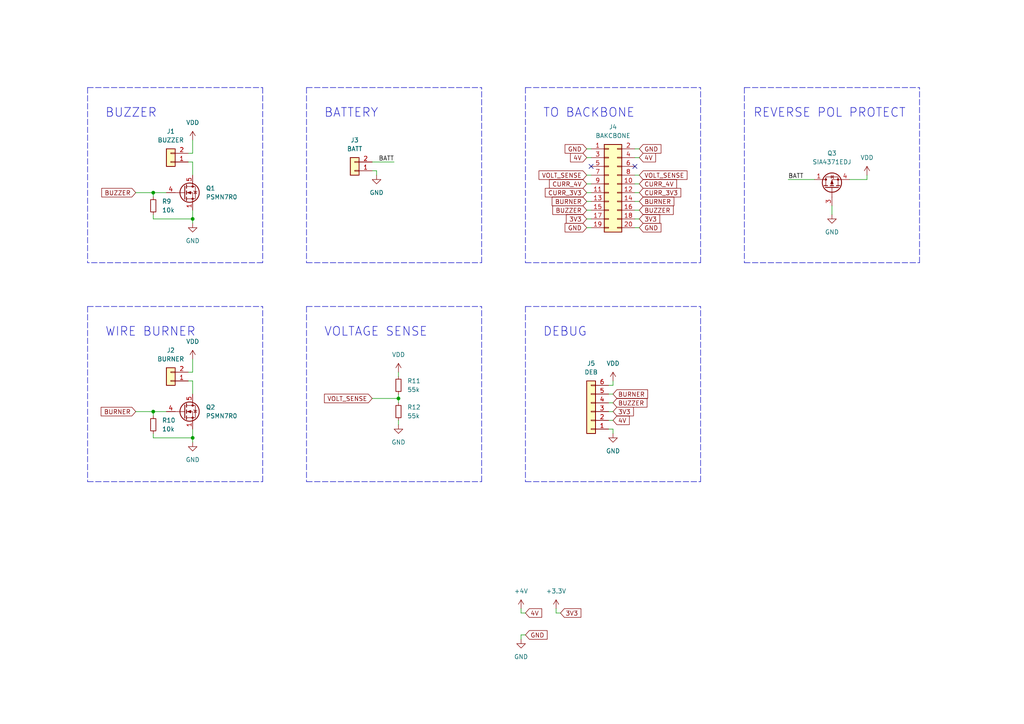
<source format=kicad_sch>
(kicad_sch (version 20211123) (generator eeschema)
  (paper "A4")
  (lib_symbols
    (symbol "Connector_Generic:Conn_01x02" (pin_names (offset 1.016) hide)
      (property "Reference" "J" (at 0 2.54 0))
      (property "Value" "Conn_01x02" (at 0 -5.08 0))
      (symbol "Conn_01x02_1_1"
        (rectangle (start -1.27 -2.413) (end 0 -2.667) (stroke (width 0.1524)))
        (rectangle (start -1.27 0.127) (end 0 -0.127) (stroke (width 0.1524)))
        (rectangle (start -1.27 1.27) (end 1.27 -3.81) (stroke (width 0.254)) (fill (type background)))
        (pin passive line (at -5.08 0 0) (length 3.81) (name "Pin_1") (number "1"))
        (pin passive line (at -5.08 -2.54 0) (length 3.81) (name "Pin_2") (number "2"))
      )
    )
    (symbol "Connector_Generic:Conn_01x06" (pin_names (offset 1.016) hide)
      (property "Reference" "J" (at 0 7.62 0))
      (property "Value" "Conn_01x06" (at 0 -10.16 0))
      (symbol "Conn_01x06_1_1"
        (rectangle (start -1.27 -7.493) (end 0 -7.747) (stroke (width 0.1524)))
        (rectangle (start -1.27 -4.953) (end 0 -5.207) (stroke (width 0.1524)))
        (rectangle (start -1.27 -2.413) (end 0 -2.667) (stroke (width 0.1524)))
        (rectangle (start -1.27 0.127) (end 0 -0.127) (stroke (width 0.1524)))
        (rectangle (start -1.27 2.667) (end 0 2.413) (stroke (width 0.1524)))
        (rectangle (start -1.27 5.207) (end 0 4.953) (stroke (width 0.1524)))
        (rectangle (start -1.27 6.35) (end 1.27 -8.89) (stroke (width 0.254)) (fill (type background)))
        (pin passive line (at -5.08 5.08 0) (length 3.81) (name "Pin_1") (number "1"))
        (pin passive line (at -5.08 2.54 0) (length 3.81) (name "Pin_2") (number "2"))
        (pin passive line (at -5.08 0 0) (length 3.81) (name "Pin_3") (number "3"))
        (pin passive line (at -5.08 -2.54 0) (length 3.81) (name "Pin_4") (number "4"))
        (pin passive line (at -5.08 -5.08 0) (length 3.81) (name "Pin_5") (number "5"))
        (pin passive line (at -5.08 -7.62 0) (length 3.81) (name "Pin_6") (number "6"))
      )
    )
    (symbol "Connector_Generic:Conn_02x10_Odd_Even" (pin_names (offset 1.016) hide)
      (property "Reference" "J" (at 1.27 12.7 0))
      (property "Value" "Conn_02x10_Odd_Even" (at 1.27 -15.24 0))
      (symbol "Conn_02x10_Odd_Even_1_1"
        (rectangle (start -1.27 -12.573) (end 0 -12.827) (stroke (width 0.1524)))
        (rectangle (start -1.27 -10.033) (end 0 -10.287) (stroke (width 0.1524)))
        (rectangle (start -1.27 -7.493) (end 0 -7.747) (stroke (width 0.1524)))
        (rectangle (start -1.27 -4.953) (end 0 -5.207) (stroke (width 0.1524)))
        (rectangle (start -1.27 -2.413) (end 0 -2.667) (stroke (width 0.1524)))
        (rectangle (start -1.27 0.127) (end 0 -0.127) (stroke (width 0.1524)))
        (rectangle (start -1.27 2.667) (end 0 2.413) (stroke (width 0.1524)))
        (rectangle (start -1.27 5.207) (end 0 4.953) (stroke (width 0.1524)))
        (rectangle (start -1.27 7.747) (end 0 7.493) (stroke (width 0.1524)))
        (rectangle (start -1.27 10.287) (end 0 10.033) (stroke (width 0.1524)))
        (rectangle (start -1.27 11.43) (end 3.81 -13.97) (stroke (width 0.254)) (fill (type background)))
        (rectangle (start 3.81 -12.573) (end 2.54 -12.827) (stroke (width 0.1524)))
        (rectangle (start 3.81 -10.033) (end 2.54 -10.287) (stroke (width 0.1524)))
        (rectangle (start 3.81 -7.493) (end 2.54 -7.747) (stroke (width 0.1524)))
        (rectangle (start 3.81 -4.953) (end 2.54 -5.207) (stroke (width 0.1524)))
        (rectangle (start 3.81 -2.413) (end 2.54 -2.667) (stroke (width 0.1524)))
        (rectangle (start 3.81 0.127) (end 2.54 -0.127) (stroke (width 0.1524)))
        (rectangle (start 3.81 2.667) (end 2.54 2.413) (stroke (width 0.1524)))
        (rectangle (start 3.81 5.207) (end 2.54 4.953) (stroke (width 0.1524)))
        (rectangle (start 3.81 7.747) (end 2.54 7.493) (stroke (width 0.1524)))
        (rectangle (start 3.81 10.287) (end 2.54 10.033) (stroke (width 0.1524)))
        (pin passive line (at -5.08 10.16 0) (length 3.81) (name "Pin_1") (number "1"))
        (pin passive line (at 7.62 0 180) (length 3.81) (name "Pin_10") (number "10"))
        (pin passive line (at -5.08 -2.54 0) (length 3.81) (name "Pin_11") (number "11"))
        (pin passive line (at 7.62 -2.54 180) (length 3.81) (name "Pin_12") (number "12"))
        (pin passive line (at -5.08 -5.08 0) (length 3.81) (name "Pin_13") (number "13"))
        (pin passive line (at 7.62 -5.08 180) (length 3.81) (name "Pin_14") (number "14"))
        (pin passive line (at -5.08 -7.62 0) (length 3.81) (name "Pin_15") (number "15"))
        (pin passive line (at 7.62 -7.62 180) (length 3.81) (name "Pin_16") (number "16"))
        (pin passive line (at -5.08 -10.16 0) (length 3.81) (name "Pin_17") (number "17"))
        (pin passive line (at 7.62 -10.16 180) (length 3.81) (name "Pin_18") (number "18"))
        (pin passive line (at -5.08 -12.7 0) (length 3.81) (name "Pin_19") (number "19"))
        (pin passive line (at 7.62 10.16 180) (length 3.81) (name "Pin_2") (number "2"))
        (pin passive line (at 7.62 -12.7 180) (length 3.81) (name "Pin_20") (number "20"))
        (pin passive line (at -5.08 7.62 0) (length 3.81) (name "Pin_3") (number "3"))
        (pin passive line (at 7.62 7.62 180) (length 3.81) (name "Pin_4") (number "4"))
        (pin passive line (at -5.08 5.08 0) (length 3.81) (name "Pin_5") (number "5"))
        (pin passive line (at 7.62 5.08 180) (length 3.81) (name "Pin_6") (number "6"))
        (pin passive line (at -5.08 2.54 0) (length 3.81) (name "Pin_7") (number "7"))
        (pin passive line (at 7.62 2.54 180) (length 3.81) (name "Pin_8") (number "8"))
        (pin passive line (at -5.08 0 0) (length 3.81) (name "Pin_9") (number "9"))
      )
    )
    (symbol "Device:R_Small" (pin_numbers hide) (pin_names (offset 0.254) hide)
      (property "Reference" "R" (at 0.762 0.508 0))
      (property "Value" "R_Small" (at 0.762 -1.016 0))
      (symbol "R_Small_0_1"
        (rectangle (start -0.762 1.778) (end 0.762 -1.778) (stroke (width 0.2032)))
      )
      (symbol "R_Small_1_1"
        (pin passive line (at 0 2.54 270) (length 0.762) (name "~") (number "1"))
        (pin passive line (at 0 -2.54 90) (length 0.762) (name "~") (number "2"))
      )
    )
    (symbol "Transistor_FET:PSMN5R2-60YL" (pin_names hide)
      (property "Reference" "Q" (at 6.35 2.54 0))
      (property "Value" "PSMN5R2-60YL" (at 12.7 0 0))
      (symbol "PSMN5R2-60YL_0_1"
        (polyline (pts (xy 0.254 0) (xy -2.54 0)))
        (polyline (pts (xy 0.254 1.905) (xy 0.254 -1.905)) (stroke (width 0.254)))
        (polyline (pts (xy 0.762 -1.27) (xy 0.762 -2.286)) (stroke (width 0.254)))
        (polyline (pts (xy 0.762 0.508) (xy 0.762 -0.508)) (stroke (width 0.254)))
        (polyline (pts (xy 0.762 2.286) (xy 0.762 1.27)) (stroke (width 0.254)))
        (polyline (pts (xy 2.54 2.54) (xy 2.54 1.778)))
        (polyline (pts (xy 2.54 -2.54) (xy 2.54 0) (xy 0.762 0)))
        (polyline (pts (xy 0.762 -1.778) (xy 3.302 -1.778) (xy 3.302 1.778) (xy 0.762 1.778)))
        (polyline (pts (xy 1.016 0) (xy 2.032 0.381) (xy 2.032 -0.381) (xy 1.016 0)) (fill (type outline)))
        (polyline (pts (xy 2.794 0.508) (xy 2.921 0.381) (xy 3.683 0.381) (xy 3.81 0.254)))
        (polyline (pts (xy 3.302 0.381) (xy 2.921 -0.254) (xy 3.683 -0.254) (xy 3.302 0.381)))
        (circle (center 1.651 0) (radius 2.794) (stroke (width 0.254)))
        (circle (center 2.54 -1.778) (radius 0.254) (fill (type outline)))
        (circle (center 2.54 1.778) (radius 0.254) (fill (type outline)))
      )
      (symbol "PSMN5R2-60YL_1_1"
        (pin passive line (at 2.54 -5.08 90) (length 2.54) (name "S") (number "1"))
        (pin passive line (at 2.54 -5.08 90) (length 2.54) hide (name "S") (number "2"))
        (pin passive line (at 2.54 -5.08 90) (length 2.54) hide (name "S") (number "3"))
        (pin passive line (at -5.08 0 0) (length 2.54) (name "G") (number "4"))
        (pin passive line (at 2.54 5.08 270) (length 2.54) (name "D") (number "5"))
      )
    )
    (symbol "Transistor_FET:SiA453EDJ" (pin_names hide)
      (property "Reference" "Q" (at 5.08 1.905 0))
      (property "Value" "SiA453EDJ" (at 5.08 0 0))
      (symbol "SiA453EDJ_0_1"
        (polyline (pts (xy 0.254 0) (xy -2.54 0)))
        (polyline (pts (xy 0.254 1.905) (xy 0.254 -1.905)) (stroke (width 0.254)))
        (polyline (pts (xy 0.762 -1.27) (xy 0.762 -2.286)) (stroke (width 0.254)))
        (polyline (pts (xy 0.762 0.508) (xy 0.762 -0.508)) (stroke (width 0.254)))
        (polyline (pts (xy 0.762 2.286) (xy 0.762 1.27)) (stroke (width 0.254)))
        (polyline (pts (xy 2.54 2.54) (xy 2.54 1.778)))
        (polyline (pts (xy 2.54 -2.54) (xy 2.54 0) (xy 0.762 0)))
        (polyline (pts (xy 0.762 1.778) (xy 3.302 1.778) (xy 3.302 -1.778) (xy 0.762 -1.778)))
        (polyline (pts (xy 2.286 0) (xy 1.27 0.381) (xy 1.27 -0.381) (xy 2.286 0)) (fill (type outline)))
        (polyline (pts (xy 2.794 -0.508) (xy 2.921 -0.381) (xy 3.683 -0.381) (xy 3.81 -0.254)))
        (polyline (pts (xy 3.302 -0.381) (xy 2.921 0.254) (xy 3.683 0.254) (xy 3.302 -0.381)))
        (circle (center 1.651 0) (radius 2.794) (stroke (width 0.254)))
        (circle (center 2.54 -1.778) (radius 0.254) (fill (type outline)))
        (circle (center 2.54 1.778) (radius 0.254) (fill (type outline)))
      )
      (symbol "SiA453EDJ_1_1"
        (pin passive line (at 2.54 5.08 270) (length 2.54) (name "D") (number "1"))
        (pin passive line (at -5.08 0 0) (length 2.54) (name "G") (number "3"))
        (pin passive line (at 2.54 -5.08 90) (length 2.54) (name "S") (number "4"))
      )
    )
    (symbol "power:+3.3V" (power) (pin_names (offset 0))
      (property "Value" "+3.3V" (at 0 3.556 0))
      (symbol "+3.3V_0_1"
        (polyline (pts (xy -0.762 1.27) (xy 0 2.54)))
        (polyline (pts (xy 0 0) (xy 0 2.54)))
        (polyline (pts (xy 0 2.54) (xy 0.762 1.27)))
      )
      (symbol "+3.3V_1_1"
        (pin power_in line (at 0 0 90) (length 0) hide (name "+3.3V") (number "1"))
      )
    )
    (symbol "power:+4V" (power) (pin_names (offset 0))
      (property "Value" "+4V" (at 0 3.556 0))
      (symbol "+4V_0_1"
        (polyline (pts (xy -0.762 1.27) (xy 0 2.54)))
        (polyline (pts (xy 0 0) (xy 0 2.54)))
        (polyline (pts (xy 0 2.54) (xy 0.762 1.27)))
      )
      (symbol "+4V_1_1"
        (pin power_in line (at 0 0 90) (length 0) hide (name "+4V") (number "1"))
      )
    )
    (symbol "power:GND" (power) (pin_names (offset 0))
      (property "Value" "GND" (at 0 -3.81 0))
      (symbol "GND_0_1"
        (polyline (pts (xy 0 0) (xy 0 -1.27) (xy 1.27 -1.27) (xy 0 -2.54) (xy -1.27 -1.27) (xy 0 -1.27)))
      )
      (symbol "GND_1_1"
        (pin power_in line (at 0 0 270) (length 0) hide (name "GND") (number "1"))
      )
    )
    (symbol "power:VDD" (power) (pin_names (offset 0))
      (property "Value" "VDD" (at 0 3.81 0))
      (symbol "VDD_0_1"
        (polyline (pts (xy -0.762 1.27) (xy 0 2.54)))
        (polyline (pts (xy 0 0) (xy 0 2.54)))
        (polyline (pts (xy 0 2.54) (xy 0.762 1.27)))
      )
      (symbol "VDD_1_1"
        (pin power_in line (at 0 0 90) (length 0) hide (name "VDD") (number "1"))
      )
    )
  )
  (junction (at 55.88 63.5))
  (junction (at 115.57 115.57))
  (junction (at 44.45 119.38))
  (junction (at 44.45 55.88))
  (junction (at 55.88 127))
  (no_connect (at 171.45 48.26))
  (no_connect (at 184.15 48.26))
  (polyline (pts (xy 215.9 76.2) (xy 266.7 76.2)))
  (polyline (pts (xy 139.7 76.2) (xy 139.7 25.4)))
  (wire (pts (xy 55.88 104.14) (xy 55.88 107.95)))
  (wire (pts (xy 39.37 119.38) (xy 44.45 119.38)))
  (wire (pts (xy 176.53 121.92) (xy 177.8 121.92)))
  (polyline (pts (xy 152.4 88.9) (xy 152.4 139.7)))
  (wire (pts (xy 176.53 114.3) (xy 177.8 114.3)))
  (wire (pts (xy 44.45 119.38) (xy 44.45 120.65)))
  (wire (pts (xy 251.46 52.07) (xy 246.38 52.07)))
  (wire (pts (xy 170.18 63.5) (xy 171.45 63.5)))
  (wire (pts (xy 44.45 62.23) (xy 44.45 63.5)))
  (polyline (pts (xy 203.2 139.7) (xy 203.2 88.9)))
  (polyline (pts (xy 76.2 76.2) (xy 25.4 76.2)))
  (polyline (pts (xy 25.4 25.4) (xy 25.4 76.2)))
  (polyline (pts (xy 152.4 25.4) (xy 152.4 76.2)))
  (wire (pts (xy 55.88 110.49) (xy 55.88 114.3)))
  (polyline (pts (xy 76.2 25.4) (xy 76.2 76.2)))
  (wire (pts (xy 44.45 125.73) (xy 44.45 127)))
  (wire (pts (xy 115.57 107.95) (xy 115.57 109.22)))
  (wire (pts (xy 170.18 58.42) (xy 171.45 58.42)))
  (wire (pts (xy 107.95 115.57) (xy 115.57 115.57)))
  (wire (pts (xy 55.88 107.95) (xy 54.61 107.95)))
  (polyline (pts (xy 152.4 25.4) (xy 203.2 25.4)))
  (wire (pts (xy 170.18 60.96) (xy 171.45 60.96)))
  (wire (pts (xy 184.15 43.18) (xy 185.42 43.18)))
  (wire (pts (xy 170.18 45.72) (xy 171.45 45.72)))
  (wire (pts (xy 184.15 60.96) (xy 185.42 60.96)))
  (wire (pts (xy 55.88 40.64) (xy 55.88 44.45)))
  (polyline (pts (xy 25.4 25.4) (xy 76.2 25.4)))
  (polyline (pts (xy 152.4 88.9) (xy 203.2 88.9)))
  (wire (pts (xy 176.53 119.38) (xy 177.8 119.38)))
  (wire (pts (xy 55.88 44.45) (xy 54.61 44.45)))
  (polyline (pts (xy 203.2 76.2) (xy 203.2 25.4)))
  (wire (pts (xy 107.95 49.53) (xy 109.22 49.53)))
  (wire (pts (xy 109.22 49.53) (xy 109.22 50.8)))
  (wire (pts (xy 251.46 50.8) (xy 251.46 52.07)))
  (wire (pts (xy 177.8 111.76) (xy 177.8 110.49)))
  (wire (pts (xy 115.57 121.92) (xy 115.57 123.19)))
  (wire (pts (xy 107.95 46.99) (xy 114.3 46.99)))
  (wire (pts (xy 177.8 124.46) (xy 177.8 125.73)))
  (wire (pts (xy 151.13 184.15) (xy 151.13 185.42)))
  (wire (pts (xy 176.53 111.76) (xy 177.8 111.76)))
  (wire (pts (xy 176.53 116.84) (xy 177.8 116.84)))
  (wire (pts (xy 184.15 63.5) (xy 185.42 63.5)))
  (polyline (pts (xy 25.4 88.9) (xy 25.4 139.7)))
  (polyline (pts (xy 266.7 76.2) (xy 266.7 25.4)))
  (wire (pts (xy 170.18 50.8) (xy 171.45 50.8)))
  (polyline (pts (xy 88.9 25.4) (xy 139.7 25.4)))
  (wire (pts (xy 152.4 184.15) (xy 151.13 184.15)))
  (polyline (pts (xy 88.9 88.9) (xy 88.9 139.7)))
  (wire (pts (xy 184.15 45.72) (xy 185.42 45.72)))
  (polyline (pts (xy 25.4 88.9) (xy 76.2 88.9)))
  (wire (pts (xy 161.29 177.8) (xy 162.56 177.8)))
  (polyline (pts (xy 88.9 88.9) (xy 139.7 88.9)))
  (polyline (pts (xy 139.7 139.7) (xy 139.7 88.9)))
  (wire (pts (xy 44.45 127) (xy 55.88 127)))
  (polyline (pts (xy 152.4 139.7) (xy 203.2 139.7)))
  (wire (pts (xy 151.13 176.53) (xy 151.13 177.8)))
  (wire (pts (xy 115.57 114.3) (xy 115.57 115.57)))
  (wire (pts (xy 55.88 124.46) (xy 55.88 127)))
  (wire (pts (xy 176.53 124.46) (xy 177.8 124.46)))
  (polyline (pts (xy 76.2 139.7) (xy 76.2 88.9)))
  (wire (pts (xy 184.15 50.8) (xy 185.42 50.8)))
  (polyline (pts (xy 215.9 25.4) (xy 215.9 76.2)))
  (wire (pts (xy 44.45 119.38) (xy 48.26 119.38)))
  (wire (pts (xy 44.45 55.88) (xy 48.26 55.88)))
  (wire (pts (xy 55.88 60.96) (xy 55.88 63.5)))
  (wire (pts (xy 170.18 43.18) (xy 171.45 43.18)))
  (wire (pts (xy 55.88 63.5) (xy 55.88 64.77)))
  (wire (pts (xy 55.88 127) (xy 55.88 128.27)))
  (wire (pts (xy 44.45 55.88) (xy 44.45 57.15)))
  (wire (pts (xy 241.3 59.69) (xy 241.3 62.23)))
  (wire (pts (xy 44.45 63.5) (xy 55.88 63.5)))
  (wire (pts (xy 161.29 176.53) (xy 161.29 177.8)))
  (wire (pts (xy 115.57 115.57) (xy 115.57 116.84)))
  (polyline (pts (xy 88.9 76.2) (xy 139.7 76.2)))
  (wire (pts (xy 170.18 66.04) (xy 171.45 66.04)))
  (polyline (pts (xy 88.9 25.4) (xy 88.9 76.2)))
  (wire (pts (xy 170.18 55.88) (xy 171.45 55.88)))
  (wire (pts (xy 184.15 53.34) (xy 185.42 53.34)))
  (polyline (pts (xy 152.4 76.2) (xy 203.2 76.2)))
  (wire (pts (xy 170.18 53.34) (xy 171.45 53.34)))
  (wire (pts (xy 151.13 177.8) (xy 152.4 177.8)))
  (wire (pts (xy 184.15 55.88) (xy 185.42 55.88)))
  (wire (pts (xy 54.61 110.49) (xy 55.88 110.49)))
  (polyline (pts (xy 25.4 139.7) (xy 76.2 139.7)))
  (polyline (pts (xy 215.9 25.4) (xy 266.7 25.4)))
  (wire (pts (xy 39.37 55.88) (xy 44.45 55.88)))
  (wire (pts (xy 228.6 52.07) (xy 236.22 52.07)))
  (polyline (pts (xy 88.9 139.7) (xy 139.7 139.7)))
  (wire (pts (xy 184.15 66.04) (xy 185.42 66.04)))
  (wire (pts (xy 184.15 58.42) (xy 185.42 58.42)))
  (wire (pts (xy 55.88 46.99) (xy 55.88 50.8)))
  (wire (pts (xy 54.61 46.99) (xy 55.88 46.99)))
  (text "BUZZER" (at 30.48 34.29 0) (effects (font (size 2.54 2.54)) (justify left bottom)))
  (text "REVERSE POL PROTECT" (at 218.44 34.29 0) (effects (font (size 2.54 2.54)) (justify left bottom)))
  (text "DEBUG" (at 157.48 97.79 0) (effects (font (size 2.54 2.54)) (justify left bottom)))
  (text "WIRE BURNER" (at 30.48 97.79 0) (effects (font (size 2.54 2.54)) (justify left bottom)))
  (text "BATTERY" (at 93.98 34.29 0) (effects (font (size 2.54 2.54)) (justify left bottom)))
  (text "VOLTAGE SENSE\n" (at 93.98 97.79 0) (effects (font (size 2.54 2.54)) (justify left bottom)))
  (text "TO BACKBONE" (at 157.48 34.29 0) (effects (font (size 2.54 2.54)) (justify left bottom)))
  (label "BATT" (at 114.3 46.99 180))
  (label "BATT" (at 228.6 52.07 0))
  (global_label "GND" (shape input) (at 170.18 66.04 180) (property "Intersheet References" "${INTERSHEET_REFS}" (effects hide)))
  (global_label "CURR_3V3" (shape input) (at 185.42 55.88 0) (property "Intersheet References" "${INTERSHEET_REFS}" (effects hide)))
  (global_label "3V3" (shape input) (at 185.42 63.5 0) (property "Intersheet References" "${INTERSHEET_REFS}" (effects hide)))
  (global_label "VOLT_SENSE" (shape input) (at 107.95 115.57 180) (property "Intersheet References" "${INTERSHEET_REFS}" (effects hide)))
  (global_label "3V3" (shape input) (at 177.8 119.38 0) (property "Intersheet References" "${INTERSHEET_REFS}" (effects hide)))
  (global_label "BUZZER" (shape input) (at 39.37 55.88 180) (property "Intersheet References" "${INTERSHEET_REFS}" (effects hide)))
  (global_label "BUZZER" (shape input) (at 170.18 60.96 180) (property "Intersheet References" "${INTERSHEET_REFS}" (effects hide)))
  (global_label "BURNER" (shape input) (at 185.42 58.42 0) (property "Intersheet References" "${INTERSHEET_REFS}" (effects hide)))
  (global_label "GND" (shape input) (at 152.4 184.15 0) (property "Intersheet References" "${INTERSHEET_REFS}" (effects hide)))
  (global_label "BUZZER" (shape input) (at 177.8 116.84 0) (property "Intersheet References" "${INTERSHEET_REFS}" (effects hide)))
  (global_label "VOLT_SENSE" (shape input) (at 185.42 50.8 0) (property "Intersheet References" "${INTERSHEET_REFS}" (effects hide)))
  (global_label "4V" (shape input) (at 170.18 45.72 180) (property "Intersheet References" "${INTERSHEET_REFS}" (effects hide)))
  (global_label "BURNER" (shape input) (at 39.37 119.38 180) (property "Intersheet References" "${INTERSHEET_REFS}" (effects hide)))
  (global_label "3V3" (shape input) (at 170.18 63.5 180) (property "Intersheet References" "${INTERSHEET_REFS}" (effects hide)))
  (global_label "4V" (shape input) (at 152.4 177.8 0) (property "Intersheet References" "${INTERSHEET_REFS}" (effects hide)))
  (global_label "GND" (shape input) (at 185.42 43.18 0) (property "Intersheet References" "${INTERSHEET_REFS}" (effects hide)))
  (global_label "CURR_4V" (shape input) (at 170.18 53.34 180) (property "Intersheet References" "${INTERSHEET_REFS}" (effects hide)))
  (global_label "BURNER" (shape input) (at 177.8 114.3 0) (property "Intersheet References" "${INTERSHEET_REFS}" (effects hide)))
  (global_label "BUZZER" (shape input) (at 185.42 60.96 0) (property "Intersheet References" "${INTERSHEET_REFS}" (effects hide)))
  (global_label "VOLT_SENSE" (shape input) (at 170.18 50.8 180) (property "Intersheet References" "${INTERSHEET_REFS}" (effects hide)))
  (global_label "3V3" (shape input) (at 162.56 177.8 0) (property "Intersheet References" "${INTERSHEET_REFS}" (effects hide)))
  (global_label "CURR_4V" (shape input) (at 185.42 53.34 0) (property "Intersheet References" "${INTERSHEET_REFS}" (effects hide)))
  (global_label "4V" (shape input) (at 177.8 121.92 0) (property "Intersheet References" "${INTERSHEET_REFS}" (effects hide)))
  (global_label "CURR_3V3" (shape input) (at 170.18 55.88 180) (property "Intersheet References" "${INTERSHEET_REFS}" (effects hide)))
  (global_label "GND" (shape input) (at 170.18 43.18 180) (property "Intersheet References" "${INTERSHEET_REFS}" (effects hide)))
  (global_label "GND" (shape input) (at 185.42 66.04 0) (property "Intersheet References" "${INTERSHEET_REFS}" (effects hide)))
  (global_label "BURNER" (shape input) (at 170.18 58.42 180) (property "Intersheet References" "${INTERSHEET_REFS}" (effects hide)))
  (global_label "4V" (shape input) (at 185.42 45.72 0) (property "Intersheet References" "${INTERSHEET_REFS}" (effects hide)))
  (symbol (lib_id "power:VDD") (at 251.46 50.8 0) (unit 1)
    (property "Reference" "#PWR0126" (effects hide))
    (property "Value" "VDD" (at 251.46 45.72 0))
  )
  (symbol (lib_id "power:VDD") (at 115.57 107.95 0) (unit 1)
    (property "Reference" "#PWR0129" (effects hide))
    (property "Value" "VDD" (at 115.57 102.87 0))
  )
  (symbol (lib_id "Connector_Generic:Conn_01x02") (at 49.53 110.49 180) (unit 1)
    (property "Reference" "J2" (at 49.53 101.6 0))
    (property "Value" "BURNER" (at 49.53 104.14 0))
    (property "Footprint" "Connector_PinHeader_2.54mm:PinHeader_1x02_P2.54mm_Vertical" (effects hide))
  )
  (symbol (lib_id "Connector_Generic:Conn_02x10_Odd_Even") (at 176.53 53.34 0) (unit 1)
    (property "Reference" "J4" (at 177.8 36.83 0))
    (property "Value" "BAKCBONE" (at 177.8 39.37 0))
    (property "Footprint" "Connector_PinSocket_2.54mm:PinSocket_2x10_P2.54mm_Horizontal" (effects hide))
  )
  (symbol (lib_id "power:VDD") (at 177.8 110.49 0) (unit 1)
    (property "Reference" "#PWR0134" (effects hide))
    (property "Value" "VDD" (at 177.8 105.41 0))
  )
  (symbol (lib_id "power:+4V") (at 151.13 176.53 0) (unit 1)
    (property "Reference" "#PWR0132" (effects hide))
    (property "Value" "+4V" (at 151.13 171.45 0))
  )
  (symbol (lib_id "Connector_Generic:Conn_01x02") (at 102.87 49.53 180) (unit 1)
    (property "Reference" "J3" (at 102.87 40.64 0))
    (property "Value" "BATT" (at 102.87 43.18 0))
    (property "Footprint" "Connector_PinHeader_2.54mm:PinHeader_1x02_P2.54mm_Vertical" (effects hide))
  )
  (symbol (lib_id "Device:R_Small") (at 115.57 111.76 0) (unit 1)
    (property "Reference" "R11" (at 118.11 110.4899 0) (effects (justify left)))
    (property "Value" "55k" (at 118.11 113.0299 0) (effects (justify left)))
    (property "Footprint" "Resistor_SMD:R_0603_1608Metric" (effects hide))
  )
  (symbol (lib_id "power:GND") (at 115.57 123.19 0) (unit 1)
    (property "Reference" "#PWR0130" (effects hide))
    (property "Value" "GND" (at 115.57 128.27 0))
  )
  (symbol (lib_id "power:VDD") (at 55.88 104.14 0) (unit 1)
    (property "Reference" "#PWR0128" (effects hide))
    (property "Value" "VDD" (at 55.88 99.06 0))
  )
  (symbol (lib_id "power:GND") (at 55.88 128.27 0) (unit 1)
    (property "Reference" "#PWR0127" (effects hide))
    (property "Value" "GND" (at 55.88 133.35 0))
  )
  (symbol (lib_id "Connector_Generic:Conn_01x06") (at 171.45 119.38 180) (unit 1)
    (property "Reference" "J5" (at 171.45 105.41 0))
    (property "Value" "DEB" (at 171.45 107.95 0))
    (property "Footprint" "Connector_PinSocket_2.54mm:PinSocket_1x06_P2.54mm_Vertical" (effects hide))
  )
  (symbol (lib_id "Transistor_FET:SiA453EDJ") (at 241.3 54.61 90) (unit 1)
    (property "Reference" "Q3" (at 241.3 44.45 90))
    (property "Value" "SIA4371EDJ" (at 241.3 46.99 90))
    (property "Footprint" "Package_TO_SOT_SMD:Vishay_PowerPAK_SC70-6L_Single" (effects hide))
    (property "Datasheet" "http://www.vishay.com/docs/62864/sia453edj.pdf" (effects hide))
  )
  (symbol (lib_id "power:GND") (at 109.22 50.8 0) (unit 1)
    (property "Reference" "#PWR0125" (effects hide))
    (property "Value" "GND" (at 109.22 55.88 0))
  )
  (symbol (lib_id "Device:R_Small") (at 44.45 59.69 0) (unit 1)
    (property "Reference" "R9" (at 46.99 58.4199 0) (effects (justify left)))
    (property "Value" "10k" (at 46.99 60.9599 0) (effects (justify left)))
    (property "Footprint" "Resistor_SMD:R_0402_1005Metric" (effects hide))
  )
  (symbol (lib_id "power:GND") (at 177.8 125.73 0) (unit 1)
    (property "Reference" "#PWR0135" (effects hide))
    (property "Value" "GND" (at 177.8 130.81 0))
  )
  (symbol (lib_id "power:VDD") (at 55.88 40.64 0) (unit 1)
    (property "Reference" "#PWR0124" (effects hide))
    (property "Value" "VDD" (at 55.88 35.56 0))
  )
  (symbol (lib_id "power:+3.3V") (at 161.29 176.53 0) (unit 1)
    (property "Reference" "#PWR0133" (effects hide))
    (property "Value" "+3.3V" (at 161.29 171.45 0))
  )
  (symbol (lib_id "power:GND") (at 55.88 64.77 0) (unit 1)
    (property "Reference" "#PWR0123" (effects hide))
    (property "Value" "GND" (at 55.88 69.85 0))
  )
  (symbol (lib_id "Device:R_Small") (at 115.57 119.38 0) (unit 1)
    (property "Reference" "R12" (at 118.11 118.1099 0) (effects (justify left)))
    (property "Value" "55k" (at 118.11 120.6499 0) (effects (justify left)))
    (property "Footprint" "Resistor_SMD:R_0603_1608Metric" (effects hide))
  )
  (symbol (lib_id "power:GND") (at 151.13 185.42 0) (unit 1)
    (property "Reference" "#PWR0131" (effects hide))
    (property "Value" "GND" (at 151.13 190.5 0))
  )
  (symbol (lib_id "power:GND") (at 241.3 62.23 0) (unit 1)
    (property "Reference" "#PWR?" (effects hide))
    (property "Value" "GND" (at 241.3 67.31 0))
  )
  (symbol (lib_id "Device:R_Small") (at 44.45 123.19 0) (unit 1)
    (property "Reference" "R10" (at 46.99 121.9199 0) (effects (justify left)))
    (property "Value" "10k" (at 46.99 124.4599 0) (effects (justify left)))
    (property "Footprint" "Resistor_SMD:R_0402_1005Metric" (effects hide))
  )
  (symbol (lib_id "Transistor_FET:PSMN5R2-60YL") (at 53.34 55.88 0) (unit 1)
    (property "Reference" "Q1" (at 59.69 54.6099 0) (effects (justify left)))
    (property "Value" "PSMN7R0" (at 59.69 57.1499 0) (effects (justify left)))
    (property "Footprint" "Package_TO_SOT_SMD:LFPAK33" (effects hide))
    (property "Datasheet" "https://assets.nexperia.com/documents/data-sheet/PSMN5R2-60YL.pdf" (effects hide))
  )
  (symbol (lib_id "Connector_Generic:Conn_01x02") (at 49.53 46.99 180) (unit 1)
    (property "Reference" "J1" (at 49.53 38.1 0))
    (property "Value" "BUZZER" (at 49.53 40.64 0))
    (property "Footprint" "Connector_PinHeader_2.54mm:PinHeader_1x02_P2.54mm_Vertical" (effects hide))
  )
  (symbol (lib_id "Transistor_FET:PSMN5R2-60YL") (at 53.34 119.38 0) (unit 1)
    (property "Reference" "Q2" (at 59.69 118.1099 0) (effects (justify left)))
    (property "Value" "PSMN7R0" (at 59.69 120.6499 0) (effects (justify left)))
    (property "Footprint" "Package_TO_SOT_SMD:LFPAK33" (effects hide))
    (property "Datasheet" "https://assets.nexperia.com/documents/data-sheet/PSMN5R2-60YL.pdf" (effects hide))
  )
)
</source>
